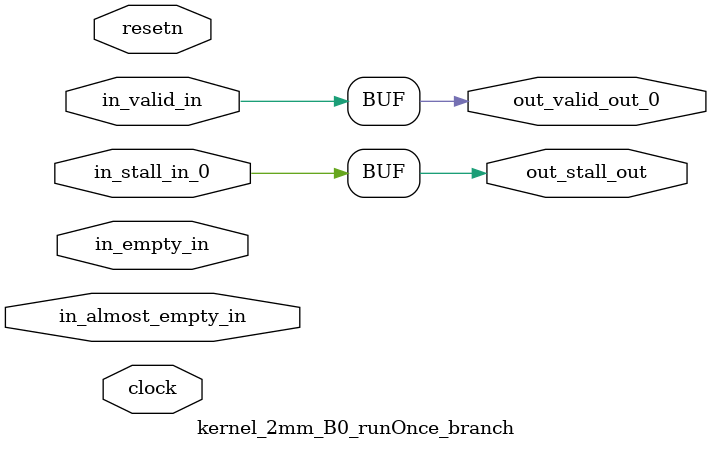
<source format=sv>



(* altera_attribute = "-name AUTO_SHIFT_REGISTER_RECOGNITION OFF; -name MESSAGE_DISABLE 10036; -name MESSAGE_DISABLE 10037; -name MESSAGE_DISABLE 14130; -name MESSAGE_DISABLE 14320; -name MESSAGE_DISABLE 15400; -name MESSAGE_DISABLE 14130; -name MESSAGE_DISABLE 10036; -name MESSAGE_DISABLE 12020; -name MESSAGE_DISABLE 12030; -name MESSAGE_DISABLE 12010; -name MESSAGE_DISABLE 12110; -name MESSAGE_DISABLE 14320; -name MESSAGE_DISABLE 13410; -name MESSAGE_DISABLE 113007; -name MESSAGE_DISABLE 10958" *)
module kernel_2mm_B0_runOnce_branch (
    input wire [0:0] in_almost_empty_in,
    input wire [0:0] in_empty_in,
    input wire [0:0] in_stall_in_0,
    input wire [0:0] in_valid_in,
    output wire [0:0] out_stall_out,
    output wire [0:0] out_valid_out_0,
    input wire clock,
    input wire resetn
    );

    reg [0:0] rst_sync_rst_sclrn;


    // out_stall_out(GPOUT,6)
    assign out_stall_out = in_stall_in_0;

    // out_valid_out_0(GPOUT,7)
    assign out_valid_out_0 = in_valid_in;

    // rst_sync(RESETSYNC,8)
    acl_reset_handler #(
        .ASYNC_RESET(0),
        .USE_SYNCHRONIZER(1),
        .PULSE_EXTENSION(0),
        .PIPE_DEPTH(3),
        .DUPLICATE(1)
    ) therst_sync (
        .clk(clock),
        .i_resetn(resetn),
        .o_sclrn(rst_sync_rst_sclrn)
    );

endmodule

</source>
